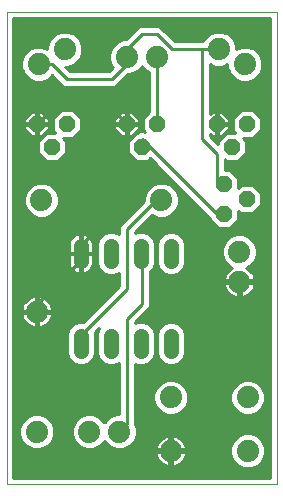
<source format=gbl>
G75*
%MOIN*%
%OFA0B0*%
%FSLAX24Y24*%
%IPPOS*%
%LPD*%
%AMOC8*
5,1,8,0,0,1.08239X$1,22.5*
%
%ADD10C,0.0000*%
%ADD11C,0.0515*%
%ADD12C,0.0740*%
%ADD13OC8,0.0520*%
%ADD14C,0.0100*%
D10*
X002209Y000150D02*
X002209Y015898D01*
X011208Y015898D01*
X011208Y000150D01*
X002209Y000150D01*
D11*
X004678Y004581D02*
X004678Y005096D01*
X005678Y005096D02*
X005678Y004581D01*
X006678Y004581D02*
X006678Y005096D01*
X007678Y005096D02*
X007678Y004581D01*
X007678Y007581D02*
X007678Y008096D01*
X006678Y008096D02*
X006678Y007581D01*
X005678Y007581D02*
X005678Y008096D01*
X004678Y008096D02*
X004678Y007581D01*
D12*
X003209Y005900D03*
X003367Y009619D03*
X003276Y014150D03*
X004142Y014650D03*
X006209Y014400D03*
X007209Y014400D03*
X009276Y014650D03*
X010142Y014150D03*
X007367Y009619D03*
X009959Y007900D03*
X009959Y006900D03*
X010239Y003040D03*
X010239Y001260D03*
X007679Y001260D03*
X007679Y003040D03*
X005959Y001900D03*
X004959Y001900D03*
X003209Y001900D03*
D13*
X009459Y009150D03*
X009459Y010150D03*
X010209Y009650D03*
X009709Y011400D03*
X009209Y012150D03*
X010209Y012150D03*
X007209Y012150D03*
X006709Y011400D03*
X006209Y012150D03*
X004209Y012150D03*
X003709Y011400D03*
X003209Y012150D03*
D14*
X003709Y012650D01*
X005709Y012650D01*
X006209Y012150D01*
X006209Y009650D01*
X004709Y008150D01*
X004678Y007839D01*
X004709Y007650D01*
X003209Y006150D01*
X003209Y005900D01*
X003171Y005863D02*
X002419Y005863D01*
X002419Y005765D02*
X002707Y005765D01*
X002702Y005778D02*
X002728Y005700D01*
X002765Y005627D01*
X002813Y005561D01*
X002871Y005503D01*
X002937Y005455D01*
X003010Y005418D01*
X003088Y005393D01*
X003169Y005380D01*
X003171Y005380D01*
X003171Y005861D01*
X003248Y005861D01*
X003248Y005380D01*
X003250Y005380D01*
X003331Y005393D01*
X003409Y005418D01*
X003482Y005455D01*
X003548Y005503D01*
X003606Y005561D01*
X003654Y005627D01*
X003691Y005700D01*
X003717Y005778D01*
X003729Y005859D01*
X003729Y005861D01*
X003248Y005861D01*
X003248Y005939D01*
X003171Y005939D01*
X003171Y006420D01*
X003169Y006420D01*
X003088Y006407D01*
X003010Y006382D01*
X002937Y006345D01*
X002871Y006297D01*
X002813Y006239D01*
X002765Y006173D01*
X002728Y006100D01*
X002702Y006022D01*
X002689Y005941D01*
X002689Y005939D01*
X003171Y005939D01*
X003171Y005861D01*
X002689Y005861D01*
X002689Y005859D01*
X002702Y005778D01*
X002745Y005666D02*
X002419Y005666D01*
X002419Y005568D02*
X002808Y005568D01*
X002918Y005469D02*
X002419Y005469D01*
X002419Y005371D02*
X004291Y005371D01*
X004282Y005361D02*
X004211Y005189D01*
X004211Y004489D01*
X004282Y004317D01*
X004413Y004185D01*
X004585Y004114D01*
X004771Y004114D01*
X004943Y004185D01*
X005074Y004317D01*
X005145Y004489D01*
X005145Y005189D01*
X005137Y005210D01*
X005277Y005350D01*
X005211Y005189D01*
X005211Y004489D01*
X005282Y004317D01*
X005413Y004185D01*
X005585Y004114D01*
X005771Y004114D01*
X005943Y004185D01*
X005949Y004192D01*
X005949Y002480D01*
X005844Y002480D01*
X005631Y002392D01*
X005468Y002229D01*
X005459Y002209D01*
X005451Y002229D01*
X005288Y002392D01*
X005075Y002480D01*
X004844Y002480D01*
X004631Y002392D01*
X004468Y002229D01*
X004379Y002015D01*
X004379Y001785D01*
X004468Y001571D01*
X004631Y001408D01*
X004844Y001320D01*
X005075Y001320D01*
X005288Y001408D01*
X005451Y001571D01*
X005459Y001591D01*
X005468Y001571D01*
X005631Y001408D01*
X005844Y001320D01*
X006075Y001320D01*
X006288Y001408D01*
X006451Y001571D01*
X006539Y001785D01*
X006539Y002015D01*
X006469Y002184D01*
X006469Y004162D01*
X006585Y004114D01*
X006771Y004114D01*
X006943Y004185D01*
X007074Y004317D01*
X007145Y004489D01*
X007145Y005189D01*
X007074Y005361D01*
X006943Y005493D01*
X006771Y005564D01*
X006585Y005564D01*
X006469Y005516D01*
X006469Y005542D01*
X006930Y006003D01*
X006969Y006098D01*
X006969Y007212D01*
X007074Y007317D01*
X007145Y007489D01*
X007145Y008189D01*
X007074Y008361D01*
X006943Y008493D01*
X006771Y008564D01*
X006585Y008564D01*
X006469Y008516D01*
X006469Y008542D01*
X007049Y009122D01*
X007252Y009039D01*
X007482Y009039D01*
X007696Y009127D01*
X007859Y009290D01*
X007947Y009503D01*
X007947Y009734D01*
X007859Y009947D01*
X007696Y010110D01*
X007482Y010199D01*
X007252Y010199D01*
X007038Y010110D01*
X006875Y009947D01*
X006787Y009734D01*
X006787Y009595D01*
X005989Y008797D01*
X005949Y008702D01*
X005949Y008486D01*
X005943Y008493D01*
X005771Y008564D01*
X005585Y008564D01*
X005413Y008493D01*
X005282Y008361D01*
X005211Y008189D01*
X005211Y007489D01*
X005282Y007317D01*
X005413Y007185D01*
X005585Y007114D01*
X005771Y007114D01*
X005943Y007185D01*
X005949Y007192D01*
X005949Y006758D01*
X004756Y005564D01*
X004585Y005564D01*
X004413Y005493D01*
X004282Y005361D01*
X004245Y005272D02*
X002419Y005272D01*
X002419Y005174D02*
X004211Y005174D01*
X004211Y005075D02*
X002419Y005075D01*
X002419Y004977D02*
X004211Y004977D01*
X004211Y004878D02*
X002419Y004878D01*
X002419Y004780D02*
X004211Y004780D01*
X004211Y004681D02*
X002419Y004681D01*
X002419Y004583D02*
X004211Y004583D01*
X004212Y004484D02*
X002419Y004484D01*
X002419Y004386D02*
X004253Y004386D01*
X004311Y004287D02*
X002419Y004287D01*
X002419Y004189D02*
X004410Y004189D01*
X004946Y004189D02*
X005410Y004189D01*
X005311Y004287D02*
X005045Y004287D01*
X005103Y004386D02*
X005253Y004386D01*
X005212Y004484D02*
X005144Y004484D01*
X005145Y004583D02*
X005211Y004583D01*
X005211Y004681D02*
X005145Y004681D01*
X005145Y004780D02*
X005211Y004780D01*
X005211Y004878D02*
X005145Y004878D01*
X005145Y004977D02*
X005211Y004977D01*
X005211Y005075D02*
X005145Y005075D01*
X005145Y005174D02*
X005211Y005174D01*
X005199Y005272D02*
X005245Y005272D01*
X004858Y005666D02*
X003674Y005666D01*
X003712Y005765D02*
X004956Y005765D01*
X005055Y005863D02*
X003248Y005863D01*
X003248Y005939D02*
X003729Y005939D01*
X003729Y005941D01*
X003717Y006022D01*
X003691Y006100D01*
X003654Y006173D01*
X003606Y006239D01*
X003548Y006297D01*
X003482Y006345D01*
X003409Y006382D01*
X003331Y006407D01*
X003250Y006420D01*
X003248Y006420D01*
X003248Y005939D01*
X003248Y005962D02*
X003171Y005962D01*
X003171Y006060D02*
X003248Y006060D01*
X003248Y006159D02*
X003171Y006159D01*
X003171Y006257D02*
X003248Y006257D01*
X003248Y006356D02*
X003171Y006356D01*
X002958Y006356D02*
X002419Y006356D01*
X002419Y006454D02*
X005646Y006454D01*
X005744Y006553D02*
X002419Y006553D01*
X002419Y006651D02*
X005843Y006651D01*
X005941Y006750D02*
X002419Y006750D01*
X002419Y006848D02*
X005949Y006848D01*
X005949Y006947D02*
X002419Y006947D01*
X002419Y007045D02*
X005949Y007045D01*
X005949Y007144D02*
X005842Y007144D01*
X005514Y007144D02*
X002419Y007144D01*
X002419Y007242D02*
X004452Y007242D01*
X004464Y007233D02*
X004413Y007271D01*
X004367Y007316D01*
X004329Y007368D01*
X004300Y007425D01*
X004281Y007486D01*
X004271Y007549D01*
X004271Y007810D01*
X004649Y007810D01*
X004649Y007868D01*
X004649Y008504D01*
X004646Y008504D01*
X004583Y008494D01*
X004522Y008474D01*
X004464Y008445D01*
X004413Y008407D01*
X004367Y008362D01*
X004329Y008310D01*
X004300Y008253D01*
X004281Y008192D01*
X004271Y008129D01*
X004271Y007868D01*
X004649Y007868D01*
X004707Y007868D01*
X004707Y008504D01*
X004710Y008504D01*
X004773Y008494D01*
X004834Y008474D01*
X004892Y008445D01*
X004943Y008407D01*
X004989Y008362D01*
X005026Y008310D01*
X005056Y008253D01*
X005075Y008192D01*
X005085Y008129D01*
X005085Y007868D01*
X004707Y007868D01*
X004707Y007810D01*
X005085Y007810D01*
X005085Y007549D01*
X005075Y007486D01*
X005056Y007425D01*
X005026Y007368D01*
X004989Y007316D01*
X004943Y007271D01*
X004892Y007233D01*
X004834Y007204D01*
X004773Y007184D01*
X004710Y007174D01*
X004707Y007174D01*
X004707Y007810D01*
X004649Y007810D01*
X004649Y007174D01*
X004646Y007174D01*
X004583Y007184D01*
X004522Y007204D01*
X004464Y007233D01*
X004349Y007341D02*
X002419Y007341D01*
X002419Y007439D02*
X004296Y007439D01*
X004272Y007538D02*
X002419Y007538D01*
X002419Y007636D02*
X004271Y007636D01*
X004271Y007735D02*
X002419Y007735D01*
X002419Y007833D02*
X004649Y007833D01*
X004707Y007833D02*
X005211Y007833D01*
X005211Y007735D02*
X005085Y007735D01*
X005085Y007636D02*
X005211Y007636D01*
X005211Y007538D02*
X005084Y007538D01*
X005060Y007439D02*
X005231Y007439D01*
X005272Y007341D02*
X005007Y007341D01*
X004904Y007242D02*
X005356Y007242D01*
X005211Y007932D02*
X005085Y007932D01*
X005085Y008030D02*
X005211Y008030D01*
X005211Y008129D02*
X005085Y008129D01*
X005064Y008227D02*
X005226Y008227D01*
X005267Y008326D02*
X005015Y008326D01*
X004920Y008424D02*
X005344Y008424D01*
X005485Y008523D02*
X002419Y008523D01*
X002419Y008621D02*
X005949Y008621D01*
X005949Y008523D02*
X005871Y008523D01*
X005957Y008720D02*
X002419Y008720D01*
X002419Y008818D02*
X006010Y008818D01*
X006108Y008917D02*
X002419Y008917D01*
X002419Y009015D02*
X006207Y009015D01*
X006305Y009114D02*
X003663Y009114D01*
X003696Y009127D02*
X003859Y009290D01*
X003947Y009503D01*
X003947Y009734D01*
X003859Y009947D01*
X003696Y010110D01*
X003482Y010199D01*
X003252Y010199D01*
X003038Y010110D01*
X002875Y009947D01*
X002787Y009734D01*
X002787Y009503D01*
X002875Y009290D01*
X003038Y009127D01*
X003252Y009039D01*
X003482Y009039D01*
X003696Y009127D01*
X003781Y009212D02*
X006404Y009212D01*
X006502Y009311D02*
X003867Y009311D01*
X003908Y009409D02*
X006601Y009409D01*
X006699Y009508D02*
X003947Y009508D01*
X003947Y009606D02*
X006787Y009606D01*
X006787Y009705D02*
X003947Y009705D01*
X003918Y009803D02*
X006816Y009803D01*
X006856Y009902D02*
X003878Y009902D01*
X003806Y010000D02*
X006928Y010000D01*
X007027Y010099D02*
X003707Y010099D01*
X003486Y010197D02*
X007248Y010197D01*
X007486Y010197D02*
X007795Y010197D01*
X007707Y010099D02*
X007893Y010099D01*
X007806Y010000D02*
X007992Y010000D01*
X008090Y009902D02*
X007878Y009902D01*
X007918Y009803D02*
X008189Y009803D01*
X008287Y009705D02*
X007947Y009705D01*
X007947Y009606D02*
X008386Y009606D01*
X008484Y009508D02*
X007947Y009508D01*
X007908Y009409D02*
X008583Y009409D01*
X008681Y009311D02*
X007867Y009311D01*
X007781Y009212D02*
X008780Y009212D01*
X008878Y009114D02*
X007663Y009114D01*
X007585Y008564D02*
X007413Y008493D01*
X007282Y008361D01*
X007211Y008189D01*
X007211Y007489D01*
X007282Y007317D01*
X007413Y007185D01*
X007585Y007114D01*
X007771Y007114D01*
X007943Y007185D01*
X008074Y007317D01*
X008145Y007489D01*
X008145Y008189D01*
X008074Y008361D01*
X007943Y008493D01*
X007771Y008564D01*
X007585Y008564D01*
X007485Y008523D02*
X006871Y008523D01*
X007012Y008424D02*
X007344Y008424D01*
X007267Y008326D02*
X007089Y008326D01*
X007130Y008227D02*
X007226Y008227D01*
X007211Y008129D02*
X007145Y008129D01*
X007145Y008030D02*
X007211Y008030D01*
X007211Y007932D02*
X007145Y007932D01*
X007145Y007833D02*
X007211Y007833D01*
X007211Y007735D02*
X007145Y007735D01*
X007145Y007636D02*
X007211Y007636D01*
X007211Y007538D02*
X007145Y007538D01*
X007125Y007439D02*
X007231Y007439D01*
X007272Y007341D02*
X007084Y007341D01*
X007000Y007242D02*
X007356Y007242D01*
X007514Y007144D02*
X006969Y007144D01*
X006969Y007045D02*
X009460Y007045D01*
X009452Y007022D02*
X009441Y006950D01*
X009909Y006950D01*
X009909Y006850D01*
X009441Y006850D01*
X009452Y006778D01*
X009478Y006700D01*
X009515Y006627D01*
X009563Y006561D01*
X009621Y006503D01*
X009687Y006455D01*
X009760Y006418D01*
X009838Y006393D01*
X009909Y006381D01*
X009909Y006850D01*
X010009Y006850D01*
X010009Y006381D01*
X010081Y006393D01*
X010159Y006418D01*
X010232Y006455D01*
X010298Y006503D01*
X010356Y006561D01*
X010404Y006627D01*
X010441Y006700D01*
X010467Y006778D01*
X010478Y006850D01*
X010009Y006850D01*
X010009Y006950D01*
X010478Y006950D01*
X010467Y007022D01*
X010441Y007100D01*
X010404Y007173D01*
X010356Y007239D01*
X010298Y007297D01*
X010232Y007345D01*
X010188Y007367D01*
X010288Y007408D01*
X010451Y007571D01*
X010539Y007785D01*
X010539Y008015D01*
X010451Y008229D01*
X010288Y008392D01*
X010075Y008480D01*
X009844Y008480D01*
X009631Y008392D01*
X009468Y008229D01*
X009379Y008015D01*
X009379Y007785D01*
X009468Y007571D01*
X009631Y007408D01*
X009731Y007367D01*
X009687Y007345D01*
X009621Y007297D01*
X009563Y007239D01*
X009515Y007173D01*
X009478Y007100D01*
X009452Y007022D01*
X009500Y007144D02*
X007842Y007144D01*
X008000Y007242D02*
X009566Y007242D01*
X009681Y007341D02*
X008084Y007341D01*
X008125Y007439D02*
X009600Y007439D01*
X009502Y007538D02*
X008145Y007538D01*
X008145Y007636D02*
X009441Y007636D01*
X009400Y007735D02*
X008145Y007735D01*
X008145Y007833D02*
X009379Y007833D01*
X009379Y007932D02*
X008145Y007932D01*
X008145Y008030D02*
X009386Y008030D01*
X009426Y008129D02*
X008145Y008129D01*
X008130Y008227D02*
X009467Y008227D01*
X009565Y008326D02*
X008089Y008326D01*
X008012Y008424D02*
X009709Y008424D01*
X009654Y008680D02*
X009929Y008955D01*
X009929Y009265D01*
X010015Y009180D01*
X010404Y009180D01*
X010679Y009455D01*
X010679Y009845D01*
X010404Y010120D01*
X010015Y010120D01*
X009929Y010035D01*
X009929Y010345D01*
X009654Y010620D01*
X009469Y010620D01*
X009469Y010975D01*
X009515Y010930D01*
X009904Y010930D01*
X010179Y011205D01*
X010179Y011595D01*
X010094Y011680D01*
X010404Y011680D01*
X010679Y011955D01*
X010679Y012345D01*
X010404Y012620D01*
X010015Y012620D01*
X009739Y012345D01*
X009739Y011955D01*
X009825Y011870D01*
X009515Y011870D01*
X009239Y011595D01*
X009239Y011488D01*
X008969Y011758D01*
X008969Y011810D01*
X009040Y011740D01*
X009179Y011740D01*
X009179Y012120D01*
X009239Y012120D01*
X009239Y011740D01*
X009379Y011740D01*
X009619Y011980D01*
X009619Y012120D01*
X009239Y012120D01*
X009239Y012180D01*
X009179Y012180D01*
X009179Y012560D01*
X009040Y012560D01*
X008969Y012490D01*
X008969Y014149D01*
X009161Y014070D01*
X009392Y014070D01*
X009562Y014141D01*
X009562Y014035D01*
X009651Y013821D01*
X009814Y013658D01*
X010027Y013570D01*
X010258Y013570D01*
X010471Y013658D01*
X010634Y013821D01*
X010722Y014035D01*
X010722Y014265D01*
X010634Y014479D01*
X010471Y014642D01*
X010258Y014730D01*
X010027Y014730D01*
X009856Y014659D01*
X009856Y014765D01*
X009768Y014979D01*
X009605Y015142D01*
X009392Y015230D01*
X009161Y015230D01*
X008948Y015142D01*
X008785Y014979D01*
X008756Y014910D01*
X007817Y014910D01*
X007430Y015297D01*
X007357Y015370D01*
X007261Y015410D01*
X006658Y015410D01*
X006562Y015370D01*
X006172Y014980D01*
X006094Y014980D01*
X005881Y014892D01*
X005718Y014729D01*
X005629Y014515D01*
X005629Y014285D01*
X005718Y014071D01*
X005741Y014049D01*
X005602Y013910D01*
X004317Y013910D01*
X004157Y014070D01*
X004258Y014070D01*
X004471Y014158D01*
X004634Y014321D01*
X004722Y014535D01*
X004722Y014765D01*
X004634Y014979D01*
X004471Y015142D01*
X004258Y015230D01*
X004027Y015230D01*
X003814Y015142D01*
X003651Y014979D01*
X003562Y014765D01*
X003562Y014659D01*
X003392Y014730D01*
X003161Y014730D01*
X002948Y014642D01*
X002785Y014479D01*
X002696Y014265D01*
X002696Y014035D01*
X002785Y013821D01*
X002948Y013658D01*
X003161Y013570D01*
X003392Y013570D01*
X003605Y013658D01*
X003719Y013773D01*
X003989Y013503D01*
X004062Y013430D01*
X004158Y013390D01*
X005761Y013390D01*
X005857Y013430D01*
X005930Y013503D01*
X006247Y013820D01*
X006325Y013820D01*
X006538Y013908D01*
X006701Y014071D01*
X006709Y014091D01*
X006718Y014071D01*
X006881Y013908D01*
X006949Y013880D01*
X006949Y012555D01*
X006739Y012345D01*
X006739Y011955D01*
X006801Y011893D01*
X006761Y011910D01*
X006658Y011910D01*
X006562Y011870D01*
X006515Y011870D01*
X006239Y011595D01*
X006239Y011205D01*
X006515Y010930D01*
X006904Y010930D01*
X006983Y011009D01*
X008989Y009003D01*
X008989Y009002D01*
X008989Y008955D01*
X009265Y008680D01*
X009654Y008680D01*
X009694Y008720D02*
X010998Y008720D01*
X010998Y008818D02*
X009792Y008818D01*
X009891Y008917D02*
X010998Y008917D01*
X010998Y009015D02*
X009929Y009015D01*
X009929Y009114D02*
X010998Y009114D01*
X010998Y009212D02*
X010436Y009212D01*
X010535Y009311D02*
X010998Y009311D01*
X010998Y009409D02*
X010633Y009409D01*
X010679Y009508D02*
X010998Y009508D01*
X010998Y009606D02*
X010679Y009606D01*
X010679Y009705D02*
X010998Y009705D01*
X010998Y009803D02*
X010679Y009803D01*
X010623Y009902D02*
X010998Y009902D01*
X010998Y010000D02*
X010524Y010000D01*
X010426Y010099D02*
X010998Y010099D01*
X010998Y010197D02*
X009929Y010197D01*
X009929Y010099D02*
X009993Y010099D01*
X009929Y010296D02*
X010998Y010296D01*
X010998Y010394D02*
X009880Y010394D01*
X009782Y010493D02*
X010998Y010493D01*
X010998Y010591D02*
X009683Y010591D01*
X009469Y010690D02*
X010998Y010690D01*
X010998Y010788D02*
X009469Y010788D01*
X009469Y010887D02*
X010998Y010887D01*
X010998Y010985D02*
X009959Y010985D01*
X010058Y011084D02*
X010998Y011084D01*
X010998Y011182D02*
X010156Y011182D01*
X010179Y011281D02*
X010998Y011281D01*
X010998Y011379D02*
X010179Y011379D01*
X010179Y011478D02*
X010998Y011478D01*
X010998Y011576D02*
X010179Y011576D01*
X010100Y011675D02*
X010998Y011675D01*
X010998Y011773D02*
X010497Y011773D01*
X010596Y011872D02*
X010998Y011872D01*
X010998Y011970D02*
X010679Y011970D01*
X010679Y012069D02*
X010998Y012069D01*
X010998Y012167D02*
X010679Y012167D01*
X010679Y012266D02*
X010998Y012266D01*
X010998Y012364D02*
X010660Y012364D01*
X010562Y012463D02*
X010998Y012463D01*
X010998Y012561D02*
X010463Y012561D01*
X009956Y012561D02*
X008969Y012561D01*
X008969Y012660D02*
X010998Y012660D01*
X010998Y012758D02*
X008969Y012758D01*
X008969Y012857D02*
X010998Y012857D01*
X010998Y012955D02*
X008969Y012955D01*
X008969Y013054D02*
X010998Y013054D01*
X010998Y013152D02*
X008969Y013152D01*
X008969Y013251D02*
X010998Y013251D01*
X010998Y013349D02*
X008969Y013349D01*
X008969Y013448D02*
X010998Y013448D01*
X010998Y013546D02*
X008969Y013546D01*
X008969Y013645D02*
X009847Y013645D01*
X009729Y013743D02*
X008969Y013743D01*
X008969Y013842D02*
X009642Y013842D01*
X009602Y013940D02*
X008969Y013940D01*
X008969Y014039D02*
X009562Y014039D01*
X009554Y014137D02*
X009562Y014137D01*
X009276Y014650D02*
X008709Y014650D01*
X008709Y011650D01*
X009209Y011150D01*
X009209Y010150D01*
X009459Y010150D01*
X009459Y009150D02*
X009209Y009150D01*
X006709Y011650D01*
X006709Y011400D01*
X006361Y011084D02*
X004058Y011084D01*
X004156Y011182D02*
X006263Y011182D01*
X006239Y011281D02*
X004179Y011281D01*
X004179Y011205D02*
X003904Y010930D01*
X003515Y010930D01*
X003239Y011205D01*
X003239Y011595D01*
X003515Y011870D01*
X003825Y011870D01*
X003739Y011955D01*
X003739Y012345D01*
X004015Y012620D01*
X004404Y012620D01*
X004679Y012345D01*
X004679Y011955D01*
X004404Y011680D01*
X004094Y011680D01*
X004179Y011595D01*
X004179Y011205D01*
X004179Y011379D02*
X006239Y011379D01*
X006239Y011478D02*
X004179Y011478D01*
X004179Y011576D02*
X006239Y011576D01*
X006319Y011675D02*
X004100Y011675D01*
X003823Y011872D02*
X003511Y011872D01*
X003418Y011773D02*
X003412Y011773D01*
X003379Y011740D02*
X003619Y011980D01*
X003619Y012120D01*
X003239Y012120D01*
X003239Y011740D01*
X003379Y011740D01*
X003319Y011675D02*
X002419Y011675D01*
X002419Y011773D02*
X003007Y011773D01*
X003040Y011740D02*
X003179Y011740D01*
X003179Y012120D01*
X002799Y012120D01*
X002799Y011980D01*
X003040Y011740D01*
X002908Y011872D02*
X002419Y011872D01*
X002419Y011970D02*
X002810Y011970D01*
X002799Y012069D02*
X002419Y012069D01*
X002419Y012167D02*
X003179Y012167D01*
X003179Y012180D02*
X003179Y012120D01*
X003239Y012120D01*
X003239Y012180D01*
X003179Y012180D01*
X002799Y012180D01*
X002799Y012320D01*
X003040Y012560D01*
X003179Y012560D01*
X003179Y012180D01*
X003239Y012180D02*
X003239Y012560D01*
X003379Y012560D01*
X003619Y012320D01*
X003619Y012180D01*
X003239Y012180D01*
X003239Y012167D02*
X003739Y012167D01*
X003739Y012069D02*
X003619Y012069D01*
X003609Y011970D02*
X003739Y011970D01*
X003739Y012266D02*
X003619Y012266D01*
X003575Y012364D02*
X003759Y012364D01*
X003857Y012463D02*
X003477Y012463D01*
X003239Y012463D02*
X003179Y012463D01*
X003179Y012364D02*
X003239Y012364D01*
X003239Y012266D02*
X003179Y012266D01*
X003179Y012069D02*
X003239Y012069D01*
X003239Y011970D02*
X003179Y011970D01*
X003179Y011872D02*
X003239Y011872D01*
X003239Y011773D02*
X003179Y011773D01*
X003239Y011576D02*
X002419Y011576D01*
X002419Y011478D02*
X003239Y011478D01*
X003239Y011379D02*
X002419Y011379D01*
X002419Y011281D02*
X003239Y011281D01*
X003263Y011182D02*
X002419Y011182D01*
X002419Y011084D02*
X003361Y011084D01*
X003460Y010985D02*
X002419Y010985D01*
X002419Y010887D02*
X007105Y010887D01*
X007007Y010985D02*
X006959Y010985D01*
X007204Y010788D02*
X002419Y010788D01*
X002419Y010690D02*
X007302Y010690D01*
X007401Y010591D02*
X002419Y010591D01*
X002419Y010493D02*
X007499Y010493D01*
X007598Y010394D02*
X002419Y010394D01*
X002419Y010296D02*
X007696Y010296D01*
X007367Y009619D02*
X007209Y009650D01*
X006209Y008650D01*
X006209Y006650D01*
X004709Y005150D01*
X004678Y004839D01*
X004389Y005469D02*
X003501Y005469D01*
X003611Y005568D02*
X004759Y005568D01*
X005153Y005962D02*
X003726Y005962D01*
X003704Y006060D02*
X005252Y006060D01*
X005350Y006159D02*
X003661Y006159D01*
X003588Y006257D02*
X005449Y006257D01*
X005547Y006356D02*
X003461Y006356D01*
X003248Y005765D02*
X003171Y005765D01*
X003171Y005666D02*
X003248Y005666D01*
X003248Y005568D02*
X003171Y005568D01*
X003171Y005469D02*
X003248Y005469D01*
X002693Y005962D02*
X002419Y005962D01*
X002419Y006060D02*
X002715Y006060D01*
X002758Y006159D02*
X002419Y006159D01*
X002419Y006257D02*
X002831Y006257D01*
X002419Y007932D02*
X004271Y007932D01*
X004271Y008030D02*
X002419Y008030D01*
X002419Y008129D02*
X004271Y008129D01*
X004292Y008227D02*
X002419Y008227D01*
X002419Y008326D02*
X004341Y008326D01*
X004436Y008424D02*
X002419Y008424D01*
X002419Y009114D02*
X003070Y009114D01*
X002953Y009212D02*
X002419Y009212D01*
X002419Y009311D02*
X002867Y009311D01*
X002826Y009409D02*
X002419Y009409D01*
X002419Y009508D02*
X002787Y009508D01*
X002787Y009606D02*
X002419Y009606D01*
X002419Y009705D02*
X002787Y009705D01*
X002816Y009803D02*
X002419Y009803D01*
X002419Y009902D02*
X002856Y009902D01*
X002928Y010000D02*
X002419Y010000D01*
X002419Y010099D02*
X003027Y010099D01*
X003248Y010197D02*
X002419Y010197D01*
X003959Y010985D02*
X006460Y010985D01*
X006379Y011740D02*
X006239Y011740D01*
X006239Y012120D01*
X006179Y012120D01*
X005799Y012120D01*
X005799Y011980D01*
X006040Y011740D01*
X006179Y011740D01*
X006179Y012120D01*
X006179Y012180D01*
X005799Y012180D01*
X005799Y012320D01*
X006040Y012560D01*
X006179Y012560D01*
X006179Y012180D01*
X006239Y012180D01*
X006239Y012560D01*
X006379Y012560D01*
X006619Y012320D01*
X006619Y012180D01*
X006239Y012180D01*
X006239Y012120D01*
X006619Y012120D01*
X006619Y011980D01*
X006379Y011740D01*
X006412Y011773D02*
X006418Y011773D01*
X006511Y011872D02*
X006565Y011872D01*
X006562Y011870D02*
X006562Y011870D01*
X006609Y011970D02*
X006739Y011970D01*
X006739Y012069D02*
X006619Y012069D01*
X006739Y012167D02*
X006239Y012167D01*
X006179Y012167D02*
X004679Y012167D01*
X004679Y012069D02*
X005799Y012069D01*
X005810Y011970D02*
X004679Y011970D01*
X004596Y011872D02*
X005908Y011872D01*
X006007Y011773D02*
X004497Y011773D01*
X004679Y012266D02*
X005799Y012266D01*
X005844Y012364D02*
X004660Y012364D01*
X004562Y012463D02*
X005942Y012463D01*
X006179Y012463D02*
X006239Y012463D01*
X006239Y012364D02*
X006179Y012364D01*
X006179Y012266D02*
X006239Y012266D01*
X006239Y012069D02*
X006179Y012069D01*
X006179Y011970D02*
X006239Y011970D01*
X006239Y011872D02*
X006179Y011872D01*
X006179Y011773D02*
X006239Y011773D01*
X006619Y012266D02*
X006739Y012266D01*
X006759Y012364D02*
X006575Y012364D01*
X006477Y012463D02*
X006857Y012463D01*
X006949Y012561D02*
X004463Y012561D01*
X003956Y012561D02*
X002419Y012561D01*
X002419Y012463D02*
X002942Y012463D01*
X002844Y012364D02*
X002419Y012364D01*
X002419Y012266D02*
X002799Y012266D01*
X002419Y012660D02*
X006949Y012660D01*
X006949Y012758D02*
X002419Y012758D01*
X002419Y012857D02*
X006949Y012857D01*
X006949Y012955D02*
X002419Y012955D01*
X002419Y013054D02*
X006949Y013054D01*
X006949Y013152D02*
X002419Y013152D01*
X002419Y013251D02*
X006949Y013251D01*
X006949Y013349D02*
X002419Y013349D01*
X002419Y013448D02*
X004044Y013448D01*
X003946Y013546D02*
X002419Y013546D01*
X002419Y013645D02*
X002981Y013645D01*
X002863Y013743D02*
X002419Y013743D01*
X002419Y013842D02*
X002776Y013842D01*
X002736Y013940D02*
X002419Y013940D01*
X002419Y014039D02*
X002696Y014039D01*
X002696Y014137D02*
X002419Y014137D01*
X002419Y014236D02*
X002696Y014236D01*
X002725Y014334D02*
X002419Y014334D01*
X002419Y014433D02*
X002766Y014433D01*
X002837Y014531D02*
X002419Y014531D01*
X002419Y014630D02*
X002936Y014630D01*
X003156Y014728D02*
X002419Y014728D01*
X002419Y014827D02*
X003588Y014827D01*
X003562Y014728D02*
X003397Y014728D01*
X003629Y014925D02*
X002419Y014925D01*
X002419Y015024D02*
X003696Y015024D01*
X003794Y015122D02*
X002419Y015122D01*
X002419Y015221D02*
X004004Y015221D01*
X004281Y015221D02*
X006412Y015221D01*
X006511Y015319D02*
X002419Y015319D01*
X002419Y015418D02*
X010998Y015418D01*
X010998Y015516D02*
X002419Y015516D01*
X002419Y015615D02*
X010998Y015615D01*
X010998Y015688D02*
X002419Y015688D01*
X002419Y000360D01*
X010998Y000360D01*
X010998Y015688D01*
X010998Y015319D02*
X007408Y015319D01*
X007507Y015221D02*
X009138Y015221D01*
X008928Y015122D02*
X007605Y015122D01*
X007704Y015024D02*
X008830Y015024D01*
X008763Y014925D02*
X007802Y014925D01*
X007709Y014650D02*
X007209Y015150D01*
X006709Y015150D01*
X006209Y014650D01*
X006209Y014400D01*
X006209Y014150D01*
X005709Y013650D01*
X004209Y013650D01*
X003709Y014150D01*
X003276Y014150D01*
X003209Y014150D01*
X003572Y013645D02*
X003847Y013645D01*
X003749Y013743D02*
X003690Y013743D01*
X004189Y014039D02*
X005730Y014039D01*
X005691Y014137D02*
X004420Y014137D01*
X004548Y014236D02*
X005650Y014236D01*
X005629Y014334D02*
X004639Y014334D01*
X004680Y014433D02*
X005629Y014433D01*
X005636Y014531D02*
X004721Y014531D01*
X004722Y014630D02*
X005677Y014630D01*
X005718Y014728D02*
X004722Y014728D01*
X004697Y014827D02*
X005816Y014827D01*
X005961Y014925D02*
X004656Y014925D01*
X004589Y015024D02*
X006215Y015024D01*
X006314Y015122D02*
X004491Y015122D01*
X004287Y013940D02*
X005632Y013940D01*
X005930Y013503D02*
X005930Y013503D01*
X005973Y013546D02*
X006949Y013546D01*
X006949Y013448D02*
X005875Y013448D01*
X006072Y013645D02*
X006949Y013645D01*
X006949Y013743D02*
X006170Y013743D01*
X006377Y013842D02*
X006949Y013842D01*
X006849Y013940D02*
X006570Y013940D01*
X006668Y014039D02*
X006751Y014039D01*
X007209Y014400D02*
X007209Y012150D01*
X008969Y011773D02*
X009007Y011773D01*
X009053Y011675D02*
X009319Y011675D01*
X009239Y011773D02*
X009179Y011773D01*
X009179Y011872D02*
X009239Y011872D01*
X009239Y011970D02*
X009179Y011970D01*
X009179Y012069D02*
X009239Y012069D01*
X009239Y012167D02*
X009739Y012167D01*
X009739Y012069D02*
X009619Y012069D01*
X009609Y011970D02*
X009739Y011970D01*
X009823Y011872D02*
X009511Y011872D01*
X009418Y011773D02*
X009412Y011773D01*
X009239Y011576D02*
X009151Y011576D01*
X009239Y012180D02*
X009619Y012180D01*
X009619Y012320D01*
X009379Y012560D01*
X009239Y012560D01*
X009239Y012180D01*
X009239Y012266D02*
X009179Y012266D01*
X009179Y012364D02*
X009239Y012364D01*
X009239Y012463D02*
X009179Y012463D01*
X009477Y012463D02*
X009857Y012463D01*
X009759Y012364D02*
X009575Y012364D01*
X009619Y012266D02*
X009739Y012266D01*
X010438Y013645D02*
X010998Y013645D01*
X010998Y013743D02*
X010556Y013743D01*
X010643Y013842D02*
X010998Y013842D01*
X010998Y013940D02*
X010683Y013940D01*
X010722Y014039D02*
X010998Y014039D01*
X010998Y014137D02*
X010722Y014137D01*
X010722Y014236D02*
X010998Y014236D01*
X010998Y014334D02*
X010694Y014334D01*
X010653Y014433D02*
X010998Y014433D01*
X010998Y014531D02*
X010582Y014531D01*
X010483Y014630D02*
X010998Y014630D01*
X010998Y014728D02*
X010263Y014728D01*
X010022Y014728D02*
X009856Y014728D01*
X009831Y014827D02*
X010998Y014827D01*
X010998Y014925D02*
X009790Y014925D01*
X009723Y015024D02*
X010998Y015024D01*
X010998Y015122D02*
X009625Y015122D01*
X009415Y015221D02*
X010998Y015221D01*
X008999Y014137D02*
X008969Y014137D01*
X008709Y014650D02*
X007709Y014650D01*
X009929Y009212D02*
X009983Y009212D01*
X010210Y008424D02*
X010998Y008424D01*
X010998Y008326D02*
X010354Y008326D01*
X010452Y008227D02*
X010998Y008227D01*
X010998Y008129D02*
X010493Y008129D01*
X010533Y008030D02*
X010998Y008030D01*
X010998Y007932D02*
X010539Y007932D01*
X010539Y007833D02*
X010998Y007833D01*
X010998Y007735D02*
X010519Y007735D01*
X010478Y007636D02*
X010998Y007636D01*
X010998Y007538D02*
X010417Y007538D01*
X010319Y007439D02*
X010998Y007439D01*
X010998Y007341D02*
X010238Y007341D01*
X010353Y007242D02*
X010998Y007242D01*
X010998Y007144D02*
X010419Y007144D01*
X010459Y007045D02*
X010998Y007045D01*
X010998Y006947D02*
X010009Y006947D01*
X010009Y006848D02*
X009909Y006848D01*
X009909Y006750D02*
X010009Y006750D01*
X010009Y006651D02*
X009909Y006651D01*
X009909Y006553D02*
X010009Y006553D01*
X010009Y006454D02*
X009909Y006454D01*
X009689Y006454D02*
X006969Y006454D01*
X006969Y006356D02*
X010998Y006356D01*
X010998Y006454D02*
X010230Y006454D01*
X010347Y006553D02*
X010998Y006553D01*
X010998Y006651D02*
X010416Y006651D01*
X010457Y006750D02*
X010998Y006750D01*
X010998Y006848D02*
X010478Y006848D01*
X010998Y006257D02*
X006969Y006257D01*
X006969Y006159D02*
X010998Y006159D01*
X010998Y006060D02*
X006954Y006060D01*
X006889Y005962D02*
X010998Y005962D01*
X010998Y005863D02*
X006790Y005863D01*
X006692Y005765D02*
X010998Y005765D01*
X010998Y005666D02*
X006593Y005666D01*
X006495Y005568D02*
X010998Y005568D01*
X010998Y005469D02*
X007967Y005469D01*
X007943Y005493D02*
X008074Y005361D01*
X008145Y005189D01*
X008145Y004489D01*
X008074Y004317D01*
X007943Y004185D01*
X007771Y004114D01*
X007585Y004114D01*
X007413Y004185D01*
X007282Y004317D01*
X007211Y004489D01*
X007211Y005189D01*
X007282Y005361D01*
X007413Y005493D01*
X007585Y005564D01*
X007771Y005564D01*
X007943Y005493D01*
X008065Y005371D02*
X010998Y005371D01*
X010998Y005272D02*
X008111Y005272D01*
X008145Y005174D02*
X010998Y005174D01*
X010998Y005075D02*
X008145Y005075D01*
X008145Y004977D02*
X010998Y004977D01*
X010998Y004878D02*
X008145Y004878D01*
X008145Y004780D02*
X010998Y004780D01*
X010998Y004681D02*
X008145Y004681D01*
X008145Y004583D02*
X010998Y004583D01*
X010998Y004484D02*
X008144Y004484D01*
X008103Y004386D02*
X010998Y004386D01*
X010998Y004287D02*
X008045Y004287D01*
X007946Y004189D02*
X010998Y004189D01*
X010998Y004090D02*
X006469Y004090D01*
X006469Y003992D02*
X010998Y003992D01*
X010998Y003893D02*
X006469Y003893D01*
X006469Y003795D02*
X010998Y003795D01*
X010998Y003696D02*
X006469Y003696D01*
X006469Y003598D02*
X007510Y003598D01*
X007564Y003620D02*
X007351Y003532D01*
X007188Y003369D01*
X007099Y003155D01*
X007099Y002925D01*
X007188Y002711D01*
X006469Y002711D01*
X006469Y002613D02*
X007287Y002613D01*
X007351Y002548D02*
X007564Y002460D01*
X007795Y002460D01*
X008008Y002548D01*
X008171Y002711D01*
X009748Y002711D01*
X009911Y002548D01*
X010124Y002460D01*
X010355Y002460D01*
X010568Y002548D01*
X010731Y002711D01*
X010998Y002711D01*
X010998Y002613D02*
X010632Y002613D01*
X010731Y002711D02*
X010819Y002925D01*
X010819Y003155D01*
X010731Y003369D01*
X010568Y003532D01*
X010355Y003620D01*
X010124Y003620D01*
X009911Y003532D01*
X009748Y003369D01*
X009659Y003155D01*
X009659Y002925D01*
X009748Y002711D01*
X009707Y002810D02*
X008212Y002810D01*
X008253Y002908D02*
X009666Y002908D01*
X009659Y003007D02*
X008259Y003007D01*
X008259Y002925D02*
X008171Y002711D01*
X008072Y002613D02*
X009847Y002613D01*
X009994Y002514D02*
X007925Y002514D01*
X007434Y002514D02*
X006469Y002514D01*
X006469Y002416D02*
X010998Y002416D01*
X010998Y002514D02*
X010485Y002514D01*
X010772Y002810D02*
X010998Y002810D01*
X010998Y002908D02*
X010813Y002908D01*
X010819Y003007D02*
X010998Y003007D01*
X010998Y003105D02*
X010819Y003105D01*
X010800Y003204D02*
X010998Y003204D01*
X010998Y003302D02*
X010759Y003302D01*
X010699Y003401D02*
X010998Y003401D01*
X010998Y003499D02*
X010601Y003499D01*
X010409Y003598D02*
X010998Y003598D01*
X010070Y003598D02*
X007849Y003598D01*
X007795Y003620D02*
X007564Y003620D01*
X007795Y003620D02*
X008008Y003532D01*
X008171Y003369D01*
X008259Y003155D01*
X008259Y002925D01*
X008259Y003105D02*
X009659Y003105D01*
X009679Y003204D02*
X008240Y003204D01*
X008199Y003302D02*
X009720Y003302D01*
X009780Y003401D02*
X008139Y003401D01*
X008041Y003499D02*
X009878Y003499D01*
X010998Y002317D02*
X006469Y002317D01*
X006469Y002219D02*
X010998Y002219D01*
X010998Y002120D02*
X006496Y002120D01*
X006537Y002022D02*
X010998Y002022D01*
X010998Y001923D02*
X006539Y001923D01*
X006539Y001825D02*
X010087Y001825D01*
X010124Y001840D02*
X009911Y001752D01*
X009748Y001589D01*
X009659Y001375D01*
X009659Y001145D01*
X009748Y000931D01*
X009911Y000768D01*
X010124Y000680D01*
X010355Y000680D01*
X010568Y000768D01*
X010731Y000931D01*
X010819Y001145D01*
X010819Y001375D01*
X010731Y001589D01*
X010568Y001752D01*
X010355Y001840D01*
X010124Y001840D01*
X009885Y001726D02*
X007910Y001726D01*
X007879Y001742D02*
X007801Y001767D01*
X007729Y001779D01*
X007729Y001310D01*
X007629Y001310D01*
X007629Y001210D01*
X007161Y001210D01*
X007172Y001138D01*
X007198Y001060D01*
X007235Y000987D01*
X007283Y000921D01*
X007341Y000863D01*
X007407Y000815D01*
X007480Y000778D01*
X007558Y000753D01*
X007629Y000741D01*
X007629Y001210D01*
X007729Y001210D01*
X007729Y000741D01*
X007801Y000753D01*
X007879Y000778D01*
X007952Y000815D01*
X008018Y000863D01*
X008076Y000921D01*
X008124Y000987D01*
X008161Y001060D01*
X008187Y001138D01*
X008198Y001210D01*
X007729Y001210D01*
X007729Y001310D01*
X008198Y001310D01*
X008187Y001382D01*
X008161Y001460D01*
X008124Y001533D01*
X008076Y001599D01*
X008018Y001657D01*
X007952Y001705D01*
X007879Y001742D01*
X007729Y001726D02*
X007629Y001726D01*
X007629Y001779D02*
X007558Y001767D01*
X007480Y001742D01*
X007407Y001705D01*
X007341Y001657D01*
X007283Y001599D01*
X007235Y001533D01*
X007198Y001460D01*
X007172Y001382D01*
X007161Y001310D01*
X007629Y001310D01*
X007629Y001779D01*
X007629Y001628D02*
X007729Y001628D01*
X007729Y001529D02*
X007629Y001529D01*
X007629Y001431D02*
X007729Y001431D01*
X007729Y001332D02*
X007629Y001332D01*
X007629Y001234D02*
X002419Y001234D01*
X002419Y001332D02*
X003065Y001332D01*
X003094Y001320D02*
X003325Y001320D01*
X003538Y001408D01*
X003701Y001571D01*
X003789Y001785D01*
X003789Y002015D01*
X003701Y002229D01*
X003538Y002392D01*
X003325Y002480D01*
X003094Y002480D01*
X002881Y002392D01*
X002718Y002229D01*
X002629Y002015D01*
X002629Y001785D01*
X002718Y001571D01*
X002881Y001408D01*
X003094Y001320D01*
X002859Y001431D02*
X002419Y001431D01*
X002419Y001529D02*
X002760Y001529D01*
X002695Y001628D02*
X002419Y001628D01*
X002419Y001726D02*
X002654Y001726D01*
X002629Y001825D02*
X002419Y001825D01*
X002419Y001923D02*
X002629Y001923D01*
X002632Y002022D02*
X002419Y002022D01*
X002419Y002120D02*
X002673Y002120D01*
X002714Y002219D02*
X002419Y002219D01*
X002419Y002317D02*
X002806Y002317D01*
X002938Y002416D02*
X002419Y002416D01*
X002419Y002514D02*
X005949Y002514D01*
X005949Y002613D02*
X002419Y002613D01*
X002419Y002711D02*
X005949Y002711D01*
X005949Y002810D02*
X002419Y002810D01*
X002419Y002908D02*
X005949Y002908D01*
X005949Y003007D02*
X002419Y003007D01*
X002419Y003105D02*
X005949Y003105D01*
X005949Y003204D02*
X002419Y003204D01*
X002419Y003302D02*
X005949Y003302D01*
X005949Y003401D02*
X002419Y003401D01*
X002419Y003499D02*
X005949Y003499D01*
X005949Y003598D02*
X002419Y003598D01*
X002419Y003696D02*
X005949Y003696D01*
X005949Y003795D02*
X002419Y003795D01*
X002419Y003893D02*
X005949Y003893D01*
X005949Y003992D02*
X002419Y003992D01*
X002419Y004090D02*
X005949Y004090D01*
X005946Y004189D02*
X005949Y004189D01*
X006469Y003499D02*
X007318Y003499D01*
X007220Y003401D02*
X006469Y003401D01*
X006469Y003302D02*
X007160Y003302D01*
X007119Y003204D02*
X006469Y003204D01*
X006469Y003105D02*
X007099Y003105D01*
X007099Y003007D02*
X006469Y003007D01*
X006469Y002908D02*
X007106Y002908D01*
X007147Y002810D02*
X006469Y002810D01*
X006209Y002150D02*
X005959Y001900D01*
X006209Y002150D02*
X006209Y005650D01*
X006709Y006150D01*
X006709Y007650D01*
X006678Y007839D01*
X006485Y008523D02*
X006469Y008523D01*
X006548Y008621D02*
X010998Y008621D01*
X010998Y008523D02*
X007871Y008523D01*
X007070Y009114D02*
X007041Y009114D01*
X006942Y009015D02*
X008977Y009015D01*
X009028Y008917D02*
X006844Y008917D01*
X006745Y008818D02*
X009127Y008818D01*
X009225Y008720D02*
X006647Y008720D01*
X006969Y006947D02*
X009909Y006947D01*
X009572Y006553D02*
X006969Y006553D01*
X006969Y006651D02*
X009503Y006651D01*
X009462Y006750D02*
X006969Y006750D01*
X006969Y006848D02*
X009441Y006848D01*
X007389Y005469D02*
X006967Y005469D01*
X007065Y005371D02*
X007291Y005371D01*
X007245Y005272D02*
X007111Y005272D01*
X007145Y005174D02*
X007211Y005174D01*
X007211Y005075D02*
X007145Y005075D01*
X007145Y004977D02*
X007211Y004977D01*
X007211Y004878D02*
X007145Y004878D01*
X007145Y004780D02*
X007211Y004780D01*
X007211Y004681D02*
X007145Y004681D01*
X007145Y004583D02*
X007211Y004583D01*
X007212Y004484D02*
X007144Y004484D01*
X007103Y004386D02*
X007253Y004386D01*
X007311Y004287D02*
X007045Y004287D01*
X006946Y004189D02*
X007410Y004189D01*
X007188Y002711D02*
X007351Y002548D01*
X007449Y001726D02*
X006515Y001726D01*
X006474Y001628D02*
X007312Y001628D01*
X007233Y001529D02*
X006409Y001529D01*
X006310Y001431D02*
X007188Y001431D01*
X007164Y001332D02*
X006104Y001332D01*
X005815Y001332D02*
X005104Y001332D01*
X005310Y001431D02*
X005609Y001431D01*
X005510Y001529D02*
X005409Y001529D01*
X004815Y001332D02*
X003354Y001332D01*
X003560Y001431D02*
X004609Y001431D01*
X004510Y001529D02*
X003659Y001529D01*
X003724Y001628D02*
X004445Y001628D01*
X004404Y001726D02*
X003765Y001726D01*
X003789Y001825D02*
X004379Y001825D01*
X004379Y001923D02*
X003789Y001923D01*
X003787Y002022D02*
X004382Y002022D01*
X004423Y002120D02*
X003746Y002120D01*
X003705Y002219D02*
X004464Y002219D01*
X004556Y002317D02*
X003613Y002317D01*
X003481Y002416D02*
X004688Y002416D01*
X005231Y002416D02*
X005688Y002416D01*
X005556Y002317D02*
X005363Y002317D01*
X005455Y002219D02*
X005464Y002219D01*
X007173Y001135D02*
X002419Y001135D01*
X002419Y001037D02*
X007210Y001037D01*
X007271Y000938D02*
X002419Y000938D01*
X002419Y000840D02*
X007374Y000840D01*
X007629Y000840D02*
X007729Y000840D01*
X007729Y000938D02*
X007629Y000938D01*
X007629Y001037D02*
X007729Y001037D01*
X007729Y001135D02*
X007629Y001135D01*
X007729Y001234D02*
X009659Y001234D01*
X009659Y001332D02*
X008195Y001332D01*
X008171Y001431D02*
X009682Y001431D01*
X009723Y001529D02*
X008126Y001529D01*
X008047Y001628D02*
X009787Y001628D01*
X009663Y001135D02*
X008186Y001135D01*
X008149Y001037D02*
X009704Y001037D01*
X009745Y000938D02*
X008088Y000938D01*
X007985Y000840D02*
X009840Y000840D01*
X009977Y000741D02*
X002419Y000741D01*
X002419Y000643D02*
X010998Y000643D01*
X010998Y000741D02*
X010502Y000741D01*
X010639Y000840D02*
X010998Y000840D01*
X010998Y000938D02*
X010734Y000938D01*
X010775Y001037D02*
X010998Y001037D01*
X010998Y001135D02*
X010815Y001135D01*
X010819Y001234D02*
X010998Y001234D01*
X010998Y001332D02*
X010819Y001332D01*
X010797Y001431D02*
X010998Y001431D01*
X010998Y001529D02*
X010756Y001529D01*
X010692Y001628D02*
X010998Y001628D01*
X010998Y001726D02*
X010594Y001726D01*
X010392Y001825D02*
X010998Y001825D01*
X010998Y000544D02*
X002419Y000544D01*
X002419Y000446D02*
X010998Y000446D01*
X004707Y007242D02*
X004649Y007242D01*
X004649Y007341D02*
X004707Y007341D01*
X004707Y007439D02*
X004649Y007439D01*
X004649Y007538D02*
X004707Y007538D01*
X004707Y007636D02*
X004649Y007636D01*
X004649Y007735D02*
X004707Y007735D01*
X004707Y007932D02*
X004649Y007932D01*
X004649Y008030D02*
X004707Y008030D01*
X004707Y008129D02*
X004649Y008129D01*
X004649Y008227D02*
X004707Y008227D01*
X004707Y008326D02*
X004649Y008326D01*
X004649Y008424D02*
X004707Y008424D01*
M02*

</source>
